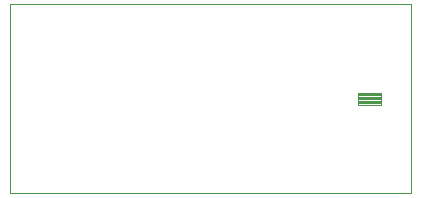
<source format=gbp>
G75*
%MOIN*%
%OFA0B0*%
%FSLAX25Y25*%
%IPPOS*%
%LPD*%
%AMOC8*
5,1,8,0,0,1.08239X$1,22.5*
%
%ADD10C,0.00000*%
%ADD11C,0.00450*%
D10*
X0004900Y0004900D02*
X0004900Y0067900D01*
X0138687Y0067900D01*
X0138687Y0004900D01*
X0004900Y0004900D01*
D11*
X0120996Y0034375D02*
X0128546Y0034375D01*
X0120996Y0034375D02*
X0120996Y0038425D01*
X0128546Y0038425D01*
X0128546Y0034375D01*
X0128546Y0034824D02*
X0120996Y0034824D01*
X0120996Y0035273D02*
X0128546Y0035273D01*
X0128546Y0035722D02*
X0120996Y0035722D01*
X0120996Y0036171D02*
X0128546Y0036171D01*
X0128546Y0036620D02*
X0120996Y0036620D01*
X0120996Y0037069D02*
X0128546Y0037069D01*
X0128546Y0037518D02*
X0120996Y0037518D01*
X0120996Y0037967D02*
X0128546Y0037967D01*
X0128546Y0038416D02*
X0120996Y0038416D01*
M02*

</source>
